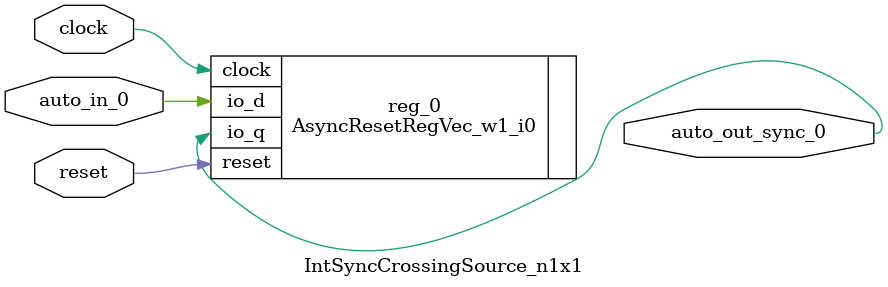
<source format=sv>
module IntSyncCrossingSource_n1x1(	// @[generators/rocket-chip/src/main/scala/interrupts/Crossing.scala:41:9]
  input  clock,	// @[generators/rocket-chip/src/main/scala/interrupts/Crossing.scala:41:9]
  input  reset,	// @[generators/rocket-chip/src/main/scala/interrupts/Crossing.scala:41:9]
  input  auto_in_0,	// @[generators/diplomacy/diplomacy/src/diplomacy/lazymodule/LazyModuleImp.scala:106:25]
  output auto_out_sync_0	// @[generators/diplomacy/diplomacy/src/diplomacy/lazymodule/LazyModuleImp.scala:106:25]
);

  AsyncResetRegVec_w1_i0 reg_0 (	// @[generators/rocket-chip/src/main/scala/util/AsyncResetReg.scala:86:21]
    .clock (clock),
    .reset (reset),
    .io_d  (auto_in_0),
    .io_q  (auto_out_sync_0)
  );	// @[generators/rocket-chip/src/main/scala/util/AsyncResetReg.scala:86:21]
endmodule


</source>
